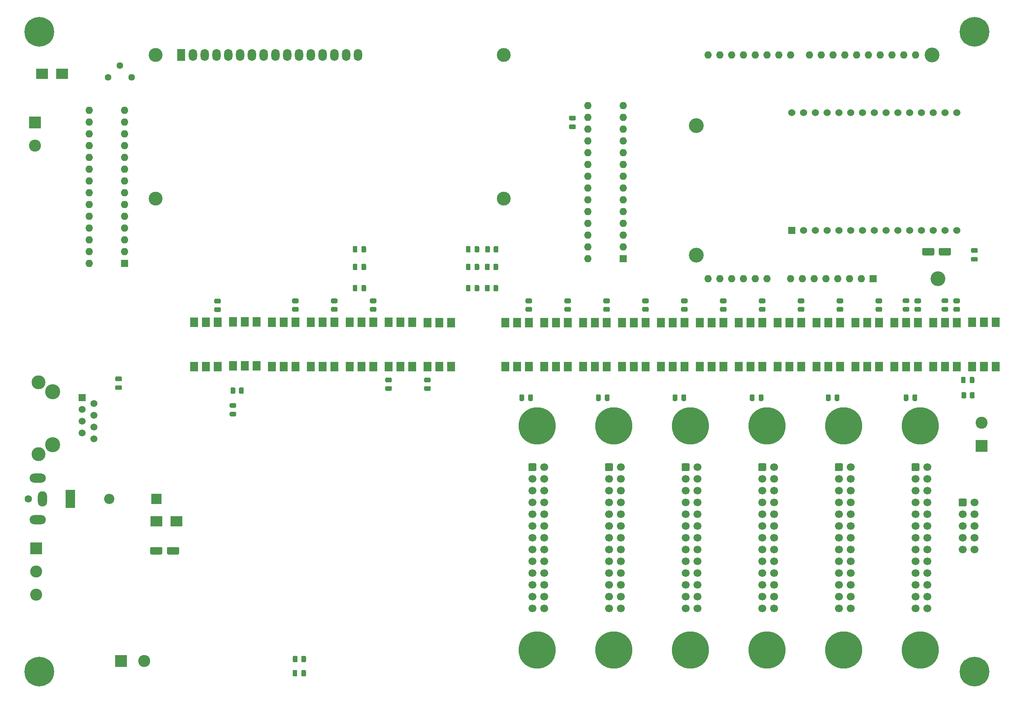
<source format=gbr>
%TF.GenerationSoftware,KiCad,Pcbnew,(5.1.8)-1*%
%TF.CreationDate,2020-12-04T01:25:42+04:00*%
%TF.ProjectId,6dof_controller,36646f66-5f63-46f6-9e74-726f6c6c6572,ver 1.0*%
%TF.SameCoordinates,Original*%
%TF.FileFunction,Soldermask,Top*%
%TF.FilePolarity,Negative*%
%FSLAX46Y46*%
G04 Gerber Fmt 4.6, Leading zero omitted, Abs format (unit mm)*
G04 Created by KiCad (PCBNEW (5.1.8)-1) date 2020-12-04 01:25:42*
%MOMM*%
%LPD*%
G01*
G04 APERTURE LIST*
%ADD10C,1.600000*%
%ADD11O,3.500000X2.000000*%
%ADD12O,2.000000X3.300000*%
%ADD13R,2.000000X4.000000*%
%ADD14C,2.600000*%
%ADD15R,2.600000X2.600000*%
%ADD16C,3.200000*%
%ADD17O,1.600000X1.600000*%
%ADD18R,1.600000X1.600000*%
%ADD19C,1.700000*%
%ADD20C,1.524000*%
%ADD21R,1.524000X1.524000*%
%ADD22C,1.440000*%
%ADD23C,3.000000*%
%ADD24O,1.800000X2.600000*%
%ADD25R,1.800000X2.600000*%
%ADD26R,2.500000X2.300000*%
%ADD27R,2.200000X2.200000*%
%ADD28O,2.200000X2.200000*%
%ADD29C,6.400000*%
%ADD30C,3.250000*%
%ADD31C,1.500000*%
%ADD32R,1.500000X1.500000*%
%ADD33C,8.000000*%
%ADD34R,1.780000X2.000000*%
G04 APERTURE END LIST*
D10*
%TO.C,J2*%
X34180000Y-113792000D03*
D11*
X36180000Y-118292000D03*
X36180000Y-109292000D03*
D12*
X37180000Y-113792000D03*
D13*
X43180000Y-113792000D03*
%TD*%
%TO.C,C13*%
G36*
G01*
X191524000Y-92423000D02*
X191524000Y-91473000D01*
G75*
G02*
X191774000Y-91223000I250000J0D01*
G01*
X192274000Y-91223000D01*
G75*
G02*
X192524000Y-91473000I0J-250000D01*
G01*
X192524000Y-92423000D01*
G75*
G02*
X192274000Y-92673000I-250000J0D01*
G01*
X191774000Y-92673000D01*
G75*
G02*
X191524000Y-92423000I0J250000D01*
G01*
G37*
G36*
G01*
X189624000Y-92423000D02*
X189624000Y-91473000D01*
G75*
G02*
X189874000Y-91223000I250000J0D01*
G01*
X190374000Y-91223000D01*
G75*
G02*
X190624000Y-91473000I0J-250000D01*
G01*
X190624000Y-92423000D01*
G75*
G02*
X190374000Y-92673000I-250000J0D01*
G01*
X189874000Y-92673000D01*
G75*
G02*
X189624000Y-92423000I0J250000D01*
G01*
G37*
%TD*%
%TO.C,C11*%
G36*
G01*
X224666000Y-92423000D02*
X224666000Y-91473000D01*
G75*
G02*
X224916000Y-91223000I250000J0D01*
G01*
X225416000Y-91223000D01*
G75*
G02*
X225666000Y-91473000I0J-250000D01*
G01*
X225666000Y-92423000D01*
G75*
G02*
X225416000Y-92673000I-250000J0D01*
G01*
X224916000Y-92673000D01*
G75*
G02*
X224666000Y-92423000I0J250000D01*
G01*
G37*
G36*
G01*
X222766000Y-92423000D02*
X222766000Y-91473000D01*
G75*
G02*
X223016000Y-91223000I250000J0D01*
G01*
X223516000Y-91223000D01*
G75*
G02*
X223766000Y-91473000I0J-250000D01*
G01*
X223766000Y-92423000D01*
G75*
G02*
X223516000Y-92673000I-250000J0D01*
G01*
X223016000Y-92673000D01*
G75*
G02*
X222766000Y-92423000I0J250000D01*
G01*
G37*
%TD*%
%TO.C,C9*%
G36*
G01*
X158372000Y-92423000D02*
X158372000Y-91473000D01*
G75*
G02*
X158622000Y-91223000I250000J0D01*
G01*
X159122000Y-91223000D01*
G75*
G02*
X159372000Y-91473000I0J-250000D01*
G01*
X159372000Y-92423000D01*
G75*
G02*
X159122000Y-92673000I-250000J0D01*
G01*
X158622000Y-92673000D01*
G75*
G02*
X158372000Y-92423000I0J250000D01*
G01*
G37*
G36*
G01*
X156472000Y-92423000D02*
X156472000Y-91473000D01*
G75*
G02*
X156722000Y-91223000I250000J0D01*
G01*
X157222000Y-91223000D01*
G75*
G02*
X157472000Y-91473000I0J-250000D01*
G01*
X157472000Y-92423000D01*
G75*
G02*
X157222000Y-92673000I-250000J0D01*
G01*
X156722000Y-92673000D01*
G75*
G02*
X156472000Y-92423000I0J250000D01*
G01*
G37*
%TD*%
%TO.C,C18*%
G36*
G01*
X237523000Y-61598000D02*
X238473000Y-61598000D01*
G75*
G02*
X238723000Y-61848000I0J-250000D01*
G01*
X238723000Y-62348000D01*
G75*
G02*
X238473000Y-62598000I-250000J0D01*
G01*
X237523000Y-62598000D01*
G75*
G02*
X237273000Y-62348000I0J250000D01*
G01*
X237273000Y-61848000D01*
G75*
G02*
X237523000Y-61598000I250000J0D01*
G01*
G37*
G36*
G01*
X237523000Y-59698000D02*
X238473000Y-59698000D01*
G75*
G02*
X238723000Y-59948000I0J-250000D01*
G01*
X238723000Y-60448000D01*
G75*
G02*
X238473000Y-60698000I-250000J0D01*
G01*
X237523000Y-60698000D01*
G75*
G02*
X237273000Y-60448000I0J250000D01*
G01*
X237273000Y-59948000D01*
G75*
G02*
X237523000Y-59698000I250000J0D01*
G01*
G37*
%TD*%
%TO.C,C17*%
G36*
G01*
X151859000Y-32128000D02*
X150909000Y-32128000D01*
G75*
G02*
X150659000Y-31878000I0J250000D01*
G01*
X150659000Y-31378000D01*
G75*
G02*
X150909000Y-31128000I250000J0D01*
G01*
X151859000Y-31128000D01*
G75*
G02*
X152109000Y-31378000I0J-250000D01*
G01*
X152109000Y-31878000D01*
G75*
G02*
X151859000Y-32128000I-250000J0D01*
G01*
G37*
G36*
G01*
X151859000Y-34028000D02*
X150909000Y-34028000D01*
G75*
G02*
X150659000Y-33778000I0J250000D01*
G01*
X150659000Y-33278000D01*
G75*
G02*
X150909000Y-33028000I250000J0D01*
G01*
X151859000Y-33028000D01*
G75*
G02*
X152109000Y-33278000I0J-250000D01*
G01*
X152109000Y-33778000D01*
G75*
G02*
X151859000Y-34028000I-250000J0D01*
G01*
G37*
%TD*%
%TO.C,C7*%
G36*
G01*
X207902000Y-92423000D02*
X207902000Y-91473000D01*
G75*
G02*
X208152000Y-91223000I250000J0D01*
G01*
X208652000Y-91223000D01*
G75*
G02*
X208902000Y-91473000I0J-250000D01*
G01*
X208902000Y-92423000D01*
G75*
G02*
X208652000Y-92673000I-250000J0D01*
G01*
X208152000Y-92673000D01*
G75*
G02*
X207902000Y-92423000I0J250000D01*
G01*
G37*
G36*
G01*
X206002000Y-92423000D02*
X206002000Y-91473000D01*
G75*
G02*
X206252000Y-91223000I250000J0D01*
G01*
X206752000Y-91223000D01*
G75*
G02*
X207002000Y-91473000I0J-250000D01*
G01*
X207002000Y-92423000D01*
G75*
G02*
X206752000Y-92673000I-250000J0D01*
G01*
X206252000Y-92673000D01*
G75*
G02*
X206002000Y-92423000I0J250000D01*
G01*
G37*
%TD*%
%TO.C,C5*%
G36*
G01*
X54069000Y-88384000D02*
X53119000Y-88384000D01*
G75*
G02*
X52869000Y-88134000I0J250000D01*
G01*
X52869000Y-87634000D01*
G75*
G02*
X53119000Y-87384000I250000J0D01*
G01*
X54069000Y-87384000D01*
G75*
G02*
X54319000Y-87634000I0J-250000D01*
G01*
X54319000Y-88134000D01*
G75*
G02*
X54069000Y-88384000I-250000J0D01*
G01*
G37*
G36*
G01*
X54069000Y-90284000D02*
X53119000Y-90284000D01*
G75*
G02*
X52869000Y-90034000I0J250000D01*
G01*
X52869000Y-89534000D01*
G75*
G02*
X53119000Y-89284000I250000J0D01*
G01*
X54069000Y-89284000D01*
G75*
G02*
X54319000Y-89534000I0J-250000D01*
G01*
X54319000Y-90034000D01*
G75*
G02*
X54069000Y-90284000I-250000J0D01*
G01*
G37*
%TD*%
%TO.C,C3*%
G36*
G01*
X174882000Y-92423000D02*
X174882000Y-91473000D01*
G75*
G02*
X175132000Y-91223000I250000J0D01*
G01*
X175632000Y-91223000D01*
G75*
G02*
X175882000Y-91473000I0J-250000D01*
G01*
X175882000Y-92423000D01*
G75*
G02*
X175632000Y-92673000I-250000J0D01*
G01*
X175132000Y-92673000D01*
G75*
G02*
X174882000Y-92423000I0J250000D01*
G01*
G37*
G36*
G01*
X172982000Y-92423000D02*
X172982000Y-91473000D01*
G75*
G02*
X173232000Y-91223000I250000J0D01*
G01*
X173732000Y-91223000D01*
G75*
G02*
X173982000Y-91473000I0J-250000D01*
G01*
X173982000Y-92423000D01*
G75*
G02*
X173732000Y-92673000I-250000J0D01*
G01*
X173232000Y-92673000D01*
G75*
G02*
X172982000Y-92423000I0J250000D01*
G01*
G37*
%TD*%
%TO.C,C2*%
G36*
G01*
X141862000Y-92423000D02*
X141862000Y-91473000D01*
G75*
G02*
X142112000Y-91223000I250000J0D01*
G01*
X142612000Y-91223000D01*
G75*
G02*
X142862000Y-91473000I0J-250000D01*
G01*
X142862000Y-92423000D01*
G75*
G02*
X142612000Y-92673000I-250000J0D01*
G01*
X142112000Y-92673000D01*
G75*
G02*
X141862000Y-92423000I0J250000D01*
G01*
G37*
G36*
G01*
X139962000Y-92423000D02*
X139962000Y-91473000D01*
G75*
G02*
X140212000Y-91223000I250000J0D01*
G01*
X140712000Y-91223000D01*
G75*
G02*
X140962000Y-91473000I0J-250000D01*
G01*
X140962000Y-92423000D01*
G75*
G02*
X140712000Y-92673000I-250000J0D01*
G01*
X140212000Y-92673000D01*
G75*
G02*
X139962000Y-92423000I0J250000D01*
G01*
G37*
%TD*%
D14*
%TO.C,\u002AJ3*%
X35560000Y-37592000D03*
D15*
X35560000Y-32592000D03*
%TD*%
D16*
%TO.C,\u002AXA1*%
X178054000Y-61214000D03*
X178054000Y-33274000D03*
X228854000Y-18034000D03*
X230124000Y-66294000D03*
D17*
X183134000Y-18034000D03*
X180594000Y-18034000D03*
X220214000Y-18034000D03*
X180594000Y-66294000D03*
X217674000Y-18034000D03*
X183134000Y-66294000D03*
X215134000Y-18034000D03*
X185674000Y-66294000D03*
X212594000Y-18034000D03*
X188214000Y-66294000D03*
X210054000Y-18034000D03*
X190754000Y-66294000D03*
X207514000Y-18034000D03*
X193294000Y-66294000D03*
X204974000Y-18034000D03*
X198374000Y-66294000D03*
X202434000Y-18034000D03*
X200914000Y-66294000D03*
X198374000Y-18034000D03*
X203454000Y-66294000D03*
X195834000Y-18034000D03*
X205994000Y-66294000D03*
X193294000Y-18034000D03*
X208534000Y-66294000D03*
X190754000Y-18034000D03*
X211074000Y-66294000D03*
X188214000Y-18034000D03*
X213614000Y-66294000D03*
X185674000Y-18034000D03*
D18*
X216154000Y-66294000D03*
D17*
X222754000Y-18034000D03*
X225294000Y-18034000D03*
%TD*%
%TO.C,U3*%
X154686000Y-61976000D03*
X162306000Y-28956000D03*
X154686000Y-59436000D03*
X162306000Y-31496000D03*
X154686000Y-56896000D03*
X162306000Y-34036000D03*
X154686000Y-54356000D03*
X162306000Y-36576000D03*
X154686000Y-51816000D03*
X162306000Y-39116000D03*
X154686000Y-49276000D03*
X162306000Y-41656000D03*
X154686000Y-46736000D03*
X162306000Y-44196000D03*
X154686000Y-44196000D03*
X162306000Y-46736000D03*
X154686000Y-41656000D03*
X162306000Y-49276000D03*
X154686000Y-39116000D03*
X162306000Y-51816000D03*
X154686000Y-36576000D03*
X162306000Y-54356000D03*
X154686000Y-34036000D03*
X162306000Y-56896000D03*
X154686000Y-31496000D03*
X162306000Y-59436000D03*
X154686000Y-28956000D03*
D18*
X162306000Y-61976000D03*
%TD*%
%TO.C,J7*%
G36*
G01*
X234608000Y-115154000D02*
X234608000Y-113954000D01*
G75*
G02*
X234858000Y-113704000I250000J0D01*
G01*
X236058000Y-113704000D01*
G75*
G02*
X236308000Y-113954000I0J-250000D01*
G01*
X236308000Y-115154000D01*
G75*
G02*
X236058000Y-115404000I-250000J0D01*
G01*
X234858000Y-115404000D01*
G75*
G02*
X234608000Y-115154000I0J250000D01*
G01*
G37*
D19*
X235458000Y-117094000D03*
X235458000Y-119634000D03*
X235458000Y-122174000D03*
X235458000Y-124714000D03*
X237998000Y-114554000D03*
X237998000Y-117094000D03*
X237998000Y-119634000D03*
X237998000Y-122174000D03*
X237998000Y-124714000D03*
%TD*%
D17*
%TO.C,\u002AU3*%
X47244000Y-62992000D03*
X54864000Y-29972000D03*
X47244000Y-60452000D03*
X54864000Y-32512000D03*
X47244000Y-57912000D03*
X54864000Y-35052000D03*
X47244000Y-55372000D03*
X54864000Y-37592000D03*
X47244000Y-52832000D03*
X54864000Y-40132000D03*
X47244000Y-50292000D03*
X54864000Y-42672000D03*
X47244000Y-47752000D03*
X54864000Y-45212000D03*
X47244000Y-45212000D03*
X54864000Y-47752000D03*
X47244000Y-42672000D03*
X54864000Y-50292000D03*
X47244000Y-40132000D03*
X54864000Y-52832000D03*
X47244000Y-37592000D03*
X54864000Y-55372000D03*
X47244000Y-35052000D03*
X54864000Y-57912000D03*
X47244000Y-32512000D03*
X54864000Y-60452000D03*
X47244000Y-29972000D03*
D18*
X54864000Y-62992000D03*
%TD*%
D20*
%TO.C,U1*%
X198628000Y-30480000D03*
X201168000Y-30480000D03*
X203708000Y-30480000D03*
X206248000Y-30480000D03*
X208788000Y-30480000D03*
X211328000Y-30480000D03*
X213868000Y-30480000D03*
X216408000Y-30480000D03*
X218948000Y-30480000D03*
X221488000Y-30480000D03*
X224028000Y-30480000D03*
X226568000Y-30480000D03*
X229108000Y-30480000D03*
X231648000Y-30480000D03*
X234188000Y-30480000D03*
X234188000Y-55880000D03*
X231648000Y-55880000D03*
X229108000Y-55880000D03*
X226568000Y-55880000D03*
X224028000Y-55880000D03*
X221488000Y-55880000D03*
X218948000Y-55880000D03*
X216408000Y-55880000D03*
X213868000Y-55880000D03*
X211328000Y-55880000D03*
X208788000Y-55880000D03*
X206248000Y-55880000D03*
X203708000Y-55880000D03*
X201168000Y-55880000D03*
D21*
X198628000Y-55880000D03*
%TD*%
D22*
%TO.C,RV1*%
X51308000Y-22860000D03*
X53848000Y-20320000D03*
X56388000Y-22860000D03*
%TD*%
D23*
%TO.C,DS1*%
X136556000Y-18034000D03*
X136555480Y-49034700D03*
X61556900Y-49034700D03*
X61556900Y-18034000D03*
D24*
X105156000Y-18034000D03*
X102616000Y-18034000D03*
X100076000Y-18034000D03*
X97536000Y-18034000D03*
X94996000Y-18034000D03*
X92456000Y-18034000D03*
X89916000Y-18034000D03*
X87376000Y-18034000D03*
X84836000Y-18034000D03*
X82296000Y-18034000D03*
X79756000Y-18034000D03*
X77216000Y-18034000D03*
X74676000Y-18034000D03*
X72136000Y-18034000D03*
X69596000Y-18034000D03*
D25*
X67056000Y-18034000D03*
%TD*%
%TO.C,C15*%
G36*
G01*
X229348000Y-59902000D02*
X229348000Y-61002000D01*
G75*
G02*
X229098000Y-61252000I-250000J0D01*
G01*
X226998000Y-61252000D01*
G75*
G02*
X226748000Y-61002000I0J250000D01*
G01*
X226748000Y-59902000D01*
G75*
G02*
X226998000Y-59652000I250000J0D01*
G01*
X229098000Y-59652000D01*
G75*
G02*
X229348000Y-59902000I0J-250000D01*
G01*
G37*
G36*
G01*
X232948000Y-59902000D02*
X232948000Y-61002000D01*
G75*
G02*
X232698000Y-61252000I-250000J0D01*
G01*
X230598000Y-61252000D01*
G75*
G02*
X230348000Y-61002000I0J250000D01*
G01*
X230348000Y-59902000D01*
G75*
G02*
X230598000Y-59652000I250000J0D01*
G01*
X232698000Y-59652000D01*
G75*
G02*
X232948000Y-59902000I0J-250000D01*
G01*
G37*
%TD*%
%TO.C,C1*%
G36*
G01*
X60422000Y-125518000D02*
X60422000Y-124418000D01*
G75*
G02*
X60672000Y-124168000I250000J0D01*
G01*
X62772000Y-124168000D01*
G75*
G02*
X63022000Y-124418000I0J-250000D01*
G01*
X63022000Y-125518000D01*
G75*
G02*
X62772000Y-125768000I-250000J0D01*
G01*
X60672000Y-125768000D01*
G75*
G02*
X60422000Y-125518000I0J250000D01*
G01*
G37*
G36*
G01*
X64022000Y-125518000D02*
X64022000Y-124418000D01*
G75*
G02*
X64272000Y-124168000I250000J0D01*
G01*
X66372000Y-124168000D01*
G75*
G02*
X66622000Y-124418000I0J-250000D01*
G01*
X66622000Y-125518000D01*
G75*
G02*
X66372000Y-125768000I-250000J0D01*
G01*
X64272000Y-125768000D01*
G75*
G02*
X64022000Y-125518000I0J250000D01*
G01*
G37*
%TD*%
%TO.C,D4*%
G36*
G01*
X130322500Y-60400250D02*
X130322500Y-59487750D01*
G75*
G02*
X130566250Y-59244000I243750J0D01*
G01*
X131053750Y-59244000D01*
G75*
G02*
X131297500Y-59487750I0J-243750D01*
G01*
X131297500Y-60400250D01*
G75*
G02*
X131053750Y-60644000I-243750J0D01*
G01*
X130566250Y-60644000D01*
G75*
G02*
X130322500Y-60400250I0J243750D01*
G01*
G37*
G36*
G01*
X128447500Y-60400250D02*
X128447500Y-59487750D01*
G75*
G02*
X128691250Y-59244000I243750J0D01*
G01*
X129178750Y-59244000D01*
G75*
G02*
X129422500Y-59487750I0J-243750D01*
G01*
X129422500Y-60400250D01*
G75*
G02*
X129178750Y-60644000I-243750J0D01*
G01*
X128691250Y-60644000D01*
G75*
G02*
X128447500Y-60400250I0J243750D01*
G01*
G37*
%TD*%
D26*
%TO.C,\u002AD4*%
X41402000Y-22098000D03*
X37102000Y-22098000D03*
%TD*%
%TO.C,\u002AD1*%
G36*
G01*
X237977500Y-87681750D02*
X237977500Y-88594250D01*
G75*
G02*
X237733750Y-88838000I-243750J0D01*
G01*
X237246250Y-88838000D01*
G75*
G02*
X237002500Y-88594250I0J243750D01*
G01*
X237002500Y-87681750D01*
G75*
G02*
X237246250Y-87438000I243750J0D01*
G01*
X237733750Y-87438000D01*
G75*
G02*
X237977500Y-87681750I0J-243750D01*
G01*
G37*
G36*
G01*
X236102500Y-87681750D02*
X236102500Y-88594250D01*
G75*
G02*
X235858750Y-88838000I-243750J0D01*
G01*
X235371250Y-88838000D01*
G75*
G02*
X235127500Y-88594250I0J243750D01*
G01*
X235127500Y-87681750D01*
G75*
G02*
X235371250Y-87438000I243750J0D01*
G01*
X235858750Y-87438000D01*
G75*
G02*
X236102500Y-87681750I0J-243750D01*
G01*
G37*
%TD*%
%TO.C,D1*%
G36*
G01*
X78688250Y-94116500D02*
X77775750Y-94116500D01*
G75*
G02*
X77532000Y-93872750I0J243750D01*
G01*
X77532000Y-93385250D01*
G75*
G02*
X77775750Y-93141500I243750J0D01*
G01*
X78688250Y-93141500D01*
G75*
G02*
X78932000Y-93385250I0J-243750D01*
G01*
X78932000Y-93872750D01*
G75*
G02*
X78688250Y-94116500I-243750J0D01*
G01*
G37*
G36*
G01*
X78688250Y-95991500D02*
X77775750Y-95991500D01*
G75*
G02*
X77532000Y-95747750I0J243750D01*
G01*
X77532000Y-95260250D01*
G75*
G02*
X77775750Y-95016500I243750J0D01*
G01*
X78688250Y-95016500D01*
G75*
G02*
X78932000Y-95260250I0J-243750D01*
G01*
X78932000Y-95747750D01*
G75*
G02*
X78688250Y-95991500I-243750J0D01*
G01*
G37*
%TD*%
%TO.C,\u002AD3*%
G36*
G01*
X128447500Y-68782250D02*
X128447500Y-67869750D01*
G75*
G02*
X128691250Y-67626000I243750J0D01*
G01*
X129178750Y-67626000D01*
G75*
G02*
X129422500Y-67869750I0J-243750D01*
G01*
X129422500Y-68782250D01*
G75*
G02*
X129178750Y-69026000I-243750J0D01*
G01*
X128691250Y-69026000D01*
G75*
G02*
X128447500Y-68782250I0J243750D01*
G01*
G37*
G36*
G01*
X130322500Y-68782250D02*
X130322500Y-67869750D01*
G75*
G02*
X130566250Y-67626000I243750J0D01*
G01*
X131053750Y-67626000D01*
G75*
G02*
X131297500Y-67869750I0J-243750D01*
G01*
X131297500Y-68782250D01*
G75*
G02*
X131053750Y-69026000I-243750J0D01*
G01*
X130566250Y-69026000D01*
G75*
G02*
X130322500Y-68782250I0J243750D01*
G01*
G37*
%TD*%
D27*
%TO.C,D2*%
X61722000Y-113792000D03*
D28*
X51562000Y-113792000D03*
%TD*%
D26*
%TO.C,\u002AD2*%
X66022000Y-118618000D03*
X61722000Y-118618000D03*
%TD*%
%TO.C,D3*%
G36*
G01*
X92984500Y-151840250D02*
X92984500Y-150927750D01*
G75*
G02*
X93228250Y-150684000I243750J0D01*
G01*
X93715750Y-150684000D01*
G75*
G02*
X93959500Y-150927750I0J-243750D01*
G01*
X93959500Y-151840250D01*
G75*
G02*
X93715750Y-152084000I-243750J0D01*
G01*
X93228250Y-152084000D01*
G75*
G02*
X92984500Y-151840250I0J243750D01*
G01*
G37*
G36*
G01*
X91109500Y-151840250D02*
X91109500Y-150927750D01*
G75*
G02*
X91353250Y-150684000I243750J0D01*
G01*
X91840750Y-150684000D01*
G75*
G02*
X92084500Y-150927750I0J-243750D01*
G01*
X92084500Y-151840250D01*
G75*
G02*
X91840750Y-152084000I-243750J0D01*
G01*
X91353250Y-152084000D01*
G75*
G02*
X91109500Y-151840250I0J243750D01*
G01*
G37*
%TD*%
%TO.C,D5*%
G36*
G01*
X222809750Y-72410500D02*
X223722250Y-72410500D01*
G75*
G02*
X223966000Y-72654250I0J-243750D01*
G01*
X223966000Y-73141750D01*
G75*
G02*
X223722250Y-73385500I-243750J0D01*
G01*
X222809750Y-73385500D01*
G75*
G02*
X222566000Y-73141750I0J243750D01*
G01*
X222566000Y-72654250D01*
G75*
G02*
X222809750Y-72410500I243750J0D01*
G01*
G37*
G36*
G01*
X222809750Y-70535500D02*
X223722250Y-70535500D01*
G75*
G02*
X223966000Y-70779250I0J-243750D01*
G01*
X223966000Y-71266750D01*
G75*
G02*
X223722250Y-71510500I-243750J0D01*
G01*
X222809750Y-71510500D01*
G75*
G02*
X222566000Y-71266750I0J243750D01*
G01*
X222566000Y-70779250D01*
G75*
G02*
X222809750Y-70535500I243750J0D01*
G01*
G37*
%TD*%
%TO.C,\u002AD11*%
G36*
G01*
X130322500Y-64210250D02*
X130322500Y-63297750D01*
G75*
G02*
X130566250Y-63054000I243750J0D01*
G01*
X131053750Y-63054000D01*
G75*
G02*
X131297500Y-63297750I0J-243750D01*
G01*
X131297500Y-64210250D01*
G75*
G02*
X131053750Y-64454000I-243750J0D01*
G01*
X130566250Y-64454000D01*
G75*
G02*
X130322500Y-64210250I0J243750D01*
G01*
G37*
G36*
G01*
X128447500Y-64210250D02*
X128447500Y-63297750D01*
G75*
G02*
X128691250Y-63054000I243750J0D01*
G01*
X129178750Y-63054000D01*
G75*
G02*
X129422500Y-63297750I0J-243750D01*
G01*
X129422500Y-64210250D01*
G75*
G02*
X129178750Y-64454000I-243750J0D01*
G01*
X128691250Y-64454000D01*
G75*
G02*
X128447500Y-64210250I0J243750D01*
G01*
G37*
%TD*%
%TO.C,\u002AD8*%
G36*
G01*
X106913500Y-59487750D02*
X106913500Y-60400250D01*
G75*
G02*
X106669750Y-60644000I-243750J0D01*
G01*
X106182250Y-60644000D01*
G75*
G02*
X105938500Y-60400250I0J243750D01*
G01*
X105938500Y-59487750D01*
G75*
G02*
X106182250Y-59244000I243750J0D01*
G01*
X106669750Y-59244000D01*
G75*
G02*
X106913500Y-59487750I0J-243750D01*
G01*
G37*
G36*
G01*
X105038500Y-59487750D02*
X105038500Y-60400250D01*
G75*
G02*
X104794750Y-60644000I-243750J0D01*
G01*
X104307250Y-60644000D01*
G75*
G02*
X104063500Y-60400250I0J243750D01*
G01*
X104063500Y-59487750D01*
G75*
G02*
X104307250Y-59244000I243750J0D01*
G01*
X104794750Y-59244000D01*
G75*
G02*
X105038500Y-59487750I0J-243750D01*
G01*
G37*
%TD*%
%TO.C,\u002AD9*%
G36*
G01*
X105038500Y-63297750D02*
X105038500Y-64210250D01*
G75*
G02*
X104794750Y-64454000I-243750J0D01*
G01*
X104307250Y-64454000D01*
G75*
G02*
X104063500Y-64210250I0J243750D01*
G01*
X104063500Y-63297750D01*
G75*
G02*
X104307250Y-63054000I243750J0D01*
G01*
X104794750Y-63054000D01*
G75*
G02*
X105038500Y-63297750I0J-243750D01*
G01*
G37*
G36*
G01*
X106913500Y-63297750D02*
X106913500Y-64210250D01*
G75*
G02*
X106669750Y-64454000I-243750J0D01*
G01*
X106182250Y-64454000D01*
G75*
G02*
X105938500Y-64210250I0J243750D01*
G01*
X105938500Y-63297750D01*
G75*
G02*
X106182250Y-63054000I243750J0D01*
G01*
X106669750Y-63054000D01*
G75*
G02*
X106913500Y-63297750I0J-243750D01*
G01*
G37*
%TD*%
%TO.C,\u002AD10*%
G36*
G01*
X105038500Y-67869750D02*
X105038500Y-68782250D01*
G75*
G02*
X104794750Y-69026000I-243750J0D01*
G01*
X104307250Y-69026000D01*
G75*
G02*
X104063500Y-68782250I0J243750D01*
G01*
X104063500Y-67869750D01*
G75*
G02*
X104307250Y-67626000I243750J0D01*
G01*
X104794750Y-67626000D01*
G75*
G02*
X105038500Y-67869750I0J-243750D01*
G01*
G37*
G36*
G01*
X106913500Y-67869750D02*
X106913500Y-68782250D01*
G75*
G02*
X106669750Y-69026000I-243750J0D01*
G01*
X106182250Y-69026000D01*
G75*
G02*
X105938500Y-68782250I0J243750D01*
G01*
X105938500Y-67869750D01*
G75*
G02*
X106182250Y-67626000I243750J0D01*
G01*
X106669750Y-67626000D01*
G75*
G02*
X106913500Y-67869750I0J-243750D01*
G01*
G37*
%TD*%
%TO.C,D6*%
G36*
G01*
X231191750Y-70535500D02*
X232104250Y-70535500D01*
G75*
G02*
X232348000Y-70779250I0J-243750D01*
G01*
X232348000Y-71266750D01*
G75*
G02*
X232104250Y-71510500I-243750J0D01*
G01*
X231191750Y-71510500D01*
G75*
G02*
X230948000Y-71266750I0J243750D01*
G01*
X230948000Y-70779250D01*
G75*
G02*
X231191750Y-70535500I243750J0D01*
G01*
G37*
G36*
G01*
X231191750Y-72410500D02*
X232104250Y-72410500D01*
G75*
G02*
X232348000Y-72654250I0J-243750D01*
G01*
X232348000Y-73141750D01*
G75*
G02*
X232104250Y-73385500I-243750J0D01*
G01*
X231191750Y-73385500D01*
G75*
G02*
X230948000Y-73141750I0J243750D01*
G01*
X230948000Y-72654250D01*
G75*
G02*
X231191750Y-72410500I243750J0D01*
G01*
G37*
%TD*%
D29*
%TO.C,H1*%
X238000000Y-13000000D03*
%TD*%
%TO.C,H2*%
X36500000Y-13000000D03*
%TD*%
%TO.C,H3*%
X238000000Y-151000000D03*
%TD*%
%TO.C,H4*%
X36500000Y-151000000D03*
%TD*%
D14*
%TO.C,\u002AJ1*%
X239522000Y-97362000D03*
D15*
X239522000Y-102362000D03*
%TD*%
%TO.C,J1*%
X35814000Y-124460000D03*
D14*
X35814000Y-129460000D03*
X35814000Y-134460000D03*
%TD*%
D15*
%TO.C,\u002AJ2*%
X54102000Y-148793200D03*
D14*
X59102000Y-148793200D03*
%TD*%
D30*
%TO.C,J3*%
X39370000Y-102108000D03*
D23*
X36320000Y-104163000D03*
D30*
X39370000Y-90678000D03*
D31*
X45720000Y-94488000D03*
X45720000Y-97028000D03*
X48260000Y-95758000D03*
X45720000Y-99568000D03*
D32*
X45720000Y-91948000D03*
D31*
X48260000Y-93218000D03*
D23*
X36320000Y-88623000D03*
D31*
X48260000Y-100838000D03*
X48260000Y-98298000D03*
%TD*%
D33*
%TO.C,J4*%
X226318000Y-146354000D03*
X226318000Y-97994000D03*
D19*
X227838000Y-137414000D03*
X227838000Y-134874000D03*
X227838000Y-132334000D03*
X227838000Y-129794000D03*
X227838000Y-127254000D03*
X227838000Y-124714000D03*
X227838000Y-122174000D03*
X227838000Y-119634000D03*
X227838000Y-117094000D03*
X227838000Y-114554000D03*
X227838000Y-112014000D03*
X227838000Y-109474000D03*
X227838000Y-106934000D03*
X225298000Y-137414000D03*
X225298000Y-134874000D03*
X225298000Y-132334000D03*
X225298000Y-129794000D03*
X225298000Y-127254000D03*
X225298000Y-124714000D03*
X225298000Y-122174000D03*
X225298000Y-119634000D03*
X225298000Y-117094000D03*
X225298000Y-114554000D03*
X225298000Y-112014000D03*
X225298000Y-109474000D03*
G36*
G01*
X224448000Y-107534000D02*
X224448000Y-106334000D01*
G75*
G02*
X224698000Y-106084000I250000J0D01*
G01*
X225898000Y-106084000D01*
G75*
G02*
X226148000Y-106334000I0J-250000D01*
G01*
X226148000Y-107534000D01*
G75*
G02*
X225898000Y-107784000I-250000J0D01*
G01*
X224698000Y-107784000D01*
G75*
G02*
X224448000Y-107534000I0J250000D01*
G01*
G37*
%TD*%
%TO.C,J8*%
G36*
G01*
X207938000Y-107534000D02*
X207938000Y-106334000D01*
G75*
G02*
X208188000Y-106084000I250000J0D01*
G01*
X209388000Y-106084000D01*
G75*
G02*
X209638000Y-106334000I0J-250000D01*
G01*
X209638000Y-107534000D01*
G75*
G02*
X209388000Y-107784000I-250000J0D01*
G01*
X208188000Y-107784000D01*
G75*
G02*
X207938000Y-107534000I0J250000D01*
G01*
G37*
X208788000Y-109474000D03*
X208788000Y-112014000D03*
X208788000Y-114554000D03*
X208788000Y-117094000D03*
X208788000Y-119634000D03*
X208788000Y-122174000D03*
X208788000Y-124714000D03*
X208788000Y-127254000D03*
X208788000Y-129794000D03*
X208788000Y-132334000D03*
X208788000Y-134874000D03*
X208788000Y-137414000D03*
X211328000Y-106934000D03*
X211328000Y-109474000D03*
X211328000Y-112014000D03*
X211328000Y-114554000D03*
X211328000Y-117094000D03*
X211328000Y-119634000D03*
X211328000Y-122174000D03*
X211328000Y-124714000D03*
X211328000Y-127254000D03*
X211328000Y-129794000D03*
X211328000Y-132334000D03*
X211328000Y-134874000D03*
X211328000Y-137414000D03*
D33*
X209808000Y-97994000D03*
X209808000Y-146354000D03*
%TD*%
%TO.C,J5*%
X193298000Y-146354000D03*
X193298000Y-97994000D03*
D19*
X194818000Y-137414000D03*
X194818000Y-134874000D03*
X194818000Y-132334000D03*
X194818000Y-129794000D03*
X194818000Y-127254000D03*
X194818000Y-124714000D03*
X194818000Y-122174000D03*
X194818000Y-119634000D03*
X194818000Y-117094000D03*
X194818000Y-114554000D03*
X194818000Y-112014000D03*
X194818000Y-109474000D03*
X194818000Y-106934000D03*
X192278000Y-137414000D03*
X192278000Y-134874000D03*
X192278000Y-132334000D03*
X192278000Y-129794000D03*
X192278000Y-127254000D03*
X192278000Y-124714000D03*
X192278000Y-122174000D03*
X192278000Y-119634000D03*
X192278000Y-117094000D03*
X192278000Y-114554000D03*
X192278000Y-112014000D03*
X192278000Y-109474000D03*
G36*
G01*
X191428000Y-107534000D02*
X191428000Y-106334000D01*
G75*
G02*
X191678000Y-106084000I250000J0D01*
G01*
X192878000Y-106084000D01*
G75*
G02*
X193128000Y-106334000I0J-250000D01*
G01*
X193128000Y-107534000D01*
G75*
G02*
X192878000Y-107784000I-250000J0D01*
G01*
X191678000Y-107784000D01*
G75*
G02*
X191428000Y-107534000I0J250000D01*
G01*
G37*
%TD*%
D33*
%TO.C,J9*%
X176788000Y-146354000D03*
X176788000Y-97994000D03*
D19*
X178308000Y-137414000D03*
X178308000Y-134874000D03*
X178308000Y-132334000D03*
X178308000Y-129794000D03*
X178308000Y-127254000D03*
X178308000Y-124714000D03*
X178308000Y-122174000D03*
X178308000Y-119634000D03*
X178308000Y-117094000D03*
X178308000Y-114554000D03*
X178308000Y-112014000D03*
X178308000Y-109474000D03*
X178308000Y-106934000D03*
X175768000Y-137414000D03*
X175768000Y-134874000D03*
X175768000Y-132334000D03*
X175768000Y-129794000D03*
X175768000Y-127254000D03*
X175768000Y-124714000D03*
X175768000Y-122174000D03*
X175768000Y-119634000D03*
X175768000Y-117094000D03*
X175768000Y-114554000D03*
X175768000Y-112014000D03*
X175768000Y-109474000D03*
G36*
G01*
X174918000Y-107534000D02*
X174918000Y-106334000D01*
G75*
G02*
X175168000Y-106084000I250000J0D01*
G01*
X176368000Y-106084000D01*
G75*
G02*
X176618000Y-106334000I0J-250000D01*
G01*
X176618000Y-107534000D01*
G75*
G02*
X176368000Y-107784000I-250000J0D01*
G01*
X175168000Y-107784000D01*
G75*
G02*
X174918000Y-107534000I0J250000D01*
G01*
G37*
%TD*%
%TO.C,J6*%
G36*
G01*
X158408000Y-107534000D02*
X158408000Y-106334000D01*
G75*
G02*
X158658000Y-106084000I250000J0D01*
G01*
X159858000Y-106084000D01*
G75*
G02*
X160108000Y-106334000I0J-250000D01*
G01*
X160108000Y-107534000D01*
G75*
G02*
X159858000Y-107784000I-250000J0D01*
G01*
X158658000Y-107784000D01*
G75*
G02*
X158408000Y-107534000I0J250000D01*
G01*
G37*
X159258000Y-109474000D03*
X159258000Y-112014000D03*
X159258000Y-114554000D03*
X159258000Y-117094000D03*
X159258000Y-119634000D03*
X159258000Y-122174000D03*
X159258000Y-124714000D03*
X159258000Y-127254000D03*
X159258000Y-129794000D03*
X159258000Y-132334000D03*
X159258000Y-134874000D03*
X159258000Y-137414000D03*
X161798000Y-106934000D03*
X161798000Y-109474000D03*
X161798000Y-112014000D03*
X161798000Y-114554000D03*
X161798000Y-117094000D03*
X161798000Y-119634000D03*
X161798000Y-122174000D03*
X161798000Y-124714000D03*
X161798000Y-127254000D03*
X161798000Y-129794000D03*
X161798000Y-132334000D03*
X161798000Y-134874000D03*
X161798000Y-137414000D03*
D33*
X160278000Y-97994000D03*
X160278000Y-146354000D03*
%TD*%
%TO.C,J10*%
G36*
G01*
X141898000Y-107534000D02*
X141898000Y-106334000D01*
G75*
G02*
X142148000Y-106084000I250000J0D01*
G01*
X143348000Y-106084000D01*
G75*
G02*
X143598000Y-106334000I0J-250000D01*
G01*
X143598000Y-107534000D01*
G75*
G02*
X143348000Y-107784000I-250000J0D01*
G01*
X142148000Y-107784000D01*
G75*
G02*
X141898000Y-107534000I0J250000D01*
G01*
G37*
D19*
X142748000Y-109474000D03*
X142748000Y-112014000D03*
X142748000Y-114554000D03*
X142748000Y-117094000D03*
X142748000Y-119634000D03*
X142748000Y-122174000D03*
X142748000Y-124714000D03*
X142748000Y-127254000D03*
X142748000Y-129794000D03*
X142748000Y-132334000D03*
X142748000Y-134874000D03*
X142748000Y-137414000D03*
X145288000Y-106934000D03*
X145288000Y-109474000D03*
X145288000Y-112014000D03*
X145288000Y-114554000D03*
X145288000Y-117094000D03*
X145288000Y-119634000D03*
X145288000Y-122174000D03*
X145288000Y-124714000D03*
X145288000Y-127254000D03*
X145288000Y-129794000D03*
X145288000Y-132334000D03*
X145288000Y-134874000D03*
X145288000Y-137414000D03*
D33*
X143768000Y-97994000D03*
X143768000Y-146354000D03*
%TD*%
%TO.C,R4*%
G36*
G01*
X225355998Y-72385500D02*
X226256002Y-72385500D01*
G75*
G02*
X226506000Y-72635498I0J-249998D01*
G01*
X226506000Y-73160502D01*
G75*
G02*
X226256002Y-73410500I-249998J0D01*
G01*
X225355998Y-73410500D01*
G75*
G02*
X225106000Y-73160502I0J249998D01*
G01*
X225106000Y-72635498D01*
G75*
G02*
X225355998Y-72385500I249998J0D01*
G01*
G37*
G36*
G01*
X225355998Y-70560500D02*
X226256002Y-70560500D01*
G75*
G02*
X226506000Y-70810498I0J-249998D01*
G01*
X226506000Y-71335502D01*
G75*
G02*
X226256002Y-71585500I-249998J0D01*
G01*
X225355998Y-71585500D01*
G75*
G02*
X225106000Y-71335502I0J249998D01*
G01*
X225106000Y-70810498D01*
G75*
G02*
X225355998Y-70560500I249998J0D01*
G01*
G37*
%TD*%
%TO.C,R3*%
G36*
G01*
X133608500Y-59493998D02*
X133608500Y-60394002D01*
G75*
G02*
X133358502Y-60644000I-249998J0D01*
G01*
X132833498Y-60644000D01*
G75*
G02*
X132583500Y-60394002I0J249998D01*
G01*
X132583500Y-59493998D01*
G75*
G02*
X132833498Y-59244000I249998J0D01*
G01*
X133358502Y-59244000D01*
G75*
G02*
X133608500Y-59493998I0J-249998D01*
G01*
G37*
G36*
G01*
X135433500Y-59493998D02*
X135433500Y-60394002D01*
G75*
G02*
X135183502Y-60644000I-249998J0D01*
G01*
X134658498Y-60644000D01*
G75*
G02*
X134408500Y-60394002I0J249998D01*
G01*
X134408500Y-59493998D01*
G75*
G02*
X134658498Y-59244000I249998J0D01*
G01*
X135183502Y-59244000D01*
G75*
G02*
X135433500Y-59493998I0J-249998D01*
G01*
G37*
%TD*%
%TO.C,\u002AR1*%
G36*
G01*
X238049500Y-90989998D02*
X238049500Y-91890002D01*
G75*
G02*
X237799502Y-92140000I-249998J0D01*
G01*
X237274498Y-92140000D01*
G75*
G02*
X237024500Y-91890002I0J249998D01*
G01*
X237024500Y-90989998D01*
G75*
G02*
X237274498Y-90740000I249998J0D01*
G01*
X237799502Y-90740000D01*
G75*
G02*
X238049500Y-90989998I0J-249998D01*
G01*
G37*
G36*
G01*
X236224500Y-90989998D02*
X236224500Y-91890002D01*
G75*
G02*
X235974502Y-92140000I-249998J0D01*
G01*
X235449498Y-92140000D01*
G75*
G02*
X235199500Y-91890002I0J249998D01*
G01*
X235199500Y-90989998D01*
G75*
G02*
X235449498Y-90740000I249998J0D01*
G01*
X235974502Y-90740000D01*
G75*
G02*
X236224500Y-90989998I0J-249998D01*
G01*
G37*
%TD*%
%TO.C,R1*%
G36*
G01*
X77719500Y-90874002D02*
X77719500Y-89973998D01*
G75*
G02*
X77969498Y-89724000I249998J0D01*
G01*
X78494502Y-89724000D01*
G75*
G02*
X78744500Y-89973998I0J-249998D01*
G01*
X78744500Y-90874002D01*
G75*
G02*
X78494502Y-91124000I-249998J0D01*
G01*
X77969498Y-91124000D01*
G75*
G02*
X77719500Y-90874002I0J249998D01*
G01*
G37*
G36*
G01*
X79544500Y-90874002D02*
X79544500Y-89973998D01*
G75*
G02*
X79794498Y-89724000I249998J0D01*
G01*
X80319502Y-89724000D01*
G75*
G02*
X80569500Y-89973998I0J-249998D01*
G01*
X80569500Y-90874002D01*
G75*
G02*
X80319502Y-91124000I-249998J0D01*
G01*
X79794498Y-91124000D01*
G75*
G02*
X79544500Y-90874002I0J249998D01*
G01*
G37*
%TD*%
%TO.C,\u002AR3*%
G36*
G01*
X135386500Y-67875998D02*
X135386500Y-68776002D01*
G75*
G02*
X135136502Y-69026000I-249998J0D01*
G01*
X134611498Y-69026000D01*
G75*
G02*
X134361500Y-68776002I0J249998D01*
G01*
X134361500Y-67875998D01*
G75*
G02*
X134611498Y-67626000I249998J0D01*
G01*
X135136502Y-67626000D01*
G75*
G02*
X135386500Y-67875998I0J-249998D01*
G01*
G37*
G36*
G01*
X133561500Y-67875998D02*
X133561500Y-68776002D01*
G75*
G02*
X133311502Y-69026000I-249998J0D01*
G01*
X132786498Y-69026000D01*
G75*
G02*
X132536500Y-68776002I0J249998D01*
G01*
X132536500Y-67875998D01*
G75*
G02*
X132786498Y-67626000I249998J0D01*
G01*
X133311502Y-67626000D01*
G75*
G02*
X133561500Y-67875998I0J-249998D01*
G01*
G37*
%TD*%
%TO.C,R2*%
G36*
G01*
X92959500Y-148786002D02*
X92959500Y-147885998D01*
G75*
G02*
X93209498Y-147636000I249998J0D01*
G01*
X93734502Y-147636000D01*
G75*
G02*
X93984500Y-147885998I0J-249998D01*
G01*
X93984500Y-148786002D01*
G75*
G02*
X93734502Y-149036000I-249998J0D01*
G01*
X93209498Y-149036000D01*
G75*
G02*
X92959500Y-148786002I0J249998D01*
G01*
G37*
G36*
G01*
X91134500Y-148786002D02*
X91134500Y-147885998D01*
G75*
G02*
X91384498Y-147636000I249998J0D01*
G01*
X91909502Y-147636000D01*
G75*
G02*
X92159500Y-147885998I0J-249998D01*
G01*
X92159500Y-148786002D01*
G75*
G02*
X91909502Y-149036000I-249998J0D01*
G01*
X91384498Y-149036000D01*
G75*
G02*
X91134500Y-148786002I0J249998D01*
G01*
G37*
%TD*%
%TO.C,\u002AR2*%
G36*
G01*
X75380002Y-73457500D02*
X74479998Y-73457500D01*
G75*
G02*
X74230000Y-73207502I0J249998D01*
G01*
X74230000Y-72682498D01*
G75*
G02*
X74479998Y-72432500I249998J0D01*
G01*
X75380002Y-72432500D01*
G75*
G02*
X75630000Y-72682498I0J-249998D01*
G01*
X75630000Y-73207502D01*
G75*
G02*
X75380002Y-73457500I-249998J0D01*
G01*
G37*
G36*
G01*
X75380002Y-71632500D02*
X74479998Y-71632500D01*
G75*
G02*
X74230000Y-71382502I0J249998D01*
G01*
X74230000Y-70857498D01*
G75*
G02*
X74479998Y-70607500I249998J0D01*
G01*
X75380002Y-70607500D01*
G75*
G02*
X75630000Y-70857498I0J-249998D01*
G01*
X75630000Y-71382502D01*
G75*
G02*
X75380002Y-71632500I-249998J0D01*
G01*
G37*
%TD*%
%TO.C,\u002AR4*%
G36*
G01*
X111309998Y-89450500D02*
X112210002Y-89450500D01*
G75*
G02*
X112460000Y-89700498I0J-249998D01*
G01*
X112460000Y-90225502D01*
G75*
G02*
X112210002Y-90475500I-249998J0D01*
G01*
X111309998Y-90475500D01*
G75*
G02*
X111060000Y-90225502I0J249998D01*
G01*
X111060000Y-89700498D01*
G75*
G02*
X111309998Y-89450500I249998J0D01*
G01*
G37*
G36*
G01*
X111309998Y-87625500D02*
X112210002Y-87625500D01*
G75*
G02*
X112460000Y-87875498I0J-249998D01*
G01*
X112460000Y-88400502D01*
G75*
G02*
X112210002Y-88650500I-249998J0D01*
G01*
X111309998Y-88650500D01*
G75*
G02*
X111060000Y-88400502I0J249998D01*
G01*
X111060000Y-87875498D01*
G75*
G02*
X111309998Y-87625500I249998J0D01*
G01*
G37*
%TD*%
%TO.C,R5*%
G36*
G01*
X208591998Y-70560500D02*
X209492002Y-70560500D01*
G75*
G02*
X209742000Y-70810498I0J-249998D01*
G01*
X209742000Y-71335502D01*
G75*
G02*
X209492002Y-71585500I-249998J0D01*
G01*
X208591998Y-71585500D01*
G75*
G02*
X208342000Y-71335502I0J249998D01*
G01*
X208342000Y-70810498D01*
G75*
G02*
X208591998Y-70560500I249998J0D01*
G01*
G37*
G36*
G01*
X208591998Y-72385500D02*
X209492002Y-72385500D01*
G75*
G02*
X209742000Y-72635498I0J-249998D01*
G01*
X209742000Y-73160502D01*
G75*
G02*
X209492002Y-73410500I-249998J0D01*
G01*
X208591998Y-73410500D01*
G75*
G02*
X208342000Y-73160502I0J249998D01*
G01*
X208342000Y-72635498D01*
G75*
G02*
X208591998Y-72385500I249998J0D01*
G01*
G37*
%TD*%
%TO.C,R6*%
G36*
G01*
X191827998Y-70560500D02*
X192728002Y-70560500D01*
G75*
G02*
X192978000Y-70810498I0J-249998D01*
G01*
X192978000Y-71335502D01*
G75*
G02*
X192728002Y-71585500I-249998J0D01*
G01*
X191827998Y-71585500D01*
G75*
G02*
X191578000Y-71335502I0J249998D01*
G01*
X191578000Y-70810498D01*
G75*
G02*
X191827998Y-70560500I249998J0D01*
G01*
G37*
G36*
G01*
X191827998Y-72385500D02*
X192728002Y-72385500D01*
G75*
G02*
X192978000Y-72635498I0J-249998D01*
G01*
X192978000Y-73160502D01*
G75*
G02*
X192728002Y-73410500I-249998J0D01*
G01*
X191827998Y-73410500D01*
G75*
G02*
X191578000Y-73160502I0J249998D01*
G01*
X191578000Y-72635498D01*
G75*
G02*
X191827998Y-72385500I249998J0D01*
G01*
G37*
%TD*%
%TO.C,R7*%
G36*
G01*
X175063998Y-70560500D02*
X175964002Y-70560500D01*
G75*
G02*
X176214000Y-70810498I0J-249998D01*
G01*
X176214000Y-71335502D01*
G75*
G02*
X175964002Y-71585500I-249998J0D01*
G01*
X175063998Y-71585500D01*
G75*
G02*
X174814000Y-71335502I0J249998D01*
G01*
X174814000Y-70810498D01*
G75*
G02*
X175063998Y-70560500I249998J0D01*
G01*
G37*
G36*
G01*
X175063998Y-72385500D02*
X175964002Y-72385500D01*
G75*
G02*
X176214000Y-72635498I0J-249998D01*
G01*
X176214000Y-73160502D01*
G75*
G02*
X175964002Y-73410500I-249998J0D01*
G01*
X175063998Y-73410500D01*
G75*
G02*
X174814000Y-73160502I0J249998D01*
G01*
X174814000Y-72635498D01*
G75*
G02*
X175063998Y-72385500I249998J0D01*
G01*
G37*
%TD*%
%TO.C,R8*%
G36*
G01*
X158299998Y-70560500D02*
X159200002Y-70560500D01*
G75*
G02*
X159450000Y-70810498I0J-249998D01*
G01*
X159450000Y-71335502D01*
G75*
G02*
X159200002Y-71585500I-249998J0D01*
G01*
X158299998Y-71585500D01*
G75*
G02*
X158050000Y-71335502I0J249998D01*
G01*
X158050000Y-70810498D01*
G75*
G02*
X158299998Y-70560500I249998J0D01*
G01*
G37*
G36*
G01*
X158299998Y-72385500D02*
X159200002Y-72385500D01*
G75*
G02*
X159450000Y-72635498I0J-249998D01*
G01*
X159450000Y-73160502D01*
G75*
G02*
X159200002Y-73410500I-249998J0D01*
G01*
X158299998Y-73410500D01*
G75*
G02*
X158050000Y-73160502I0J249998D01*
G01*
X158050000Y-72635498D01*
G75*
G02*
X158299998Y-72385500I249998J0D01*
G01*
G37*
%TD*%
%TO.C,R9*%
G36*
G01*
X141535998Y-70560500D02*
X142436002Y-70560500D01*
G75*
G02*
X142686000Y-70810498I0J-249998D01*
G01*
X142686000Y-71335502D01*
G75*
G02*
X142436002Y-71585500I-249998J0D01*
G01*
X141535998Y-71585500D01*
G75*
G02*
X141286000Y-71335502I0J249998D01*
G01*
X141286000Y-70810498D01*
G75*
G02*
X141535998Y-70560500I249998J0D01*
G01*
G37*
G36*
G01*
X141535998Y-72385500D02*
X142436002Y-72385500D01*
G75*
G02*
X142686000Y-72635498I0J-249998D01*
G01*
X142686000Y-73160502D01*
G75*
G02*
X142436002Y-73410500I-249998J0D01*
G01*
X141535998Y-73410500D01*
G75*
G02*
X141286000Y-73160502I0J249998D01*
G01*
X141286000Y-72635498D01*
G75*
G02*
X141535998Y-72385500I249998J0D01*
G01*
G37*
%TD*%
%TO.C,\u002AR11*%
G36*
G01*
X108007998Y-72385500D02*
X108908002Y-72385500D01*
G75*
G02*
X109158000Y-72635498I0J-249998D01*
G01*
X109158000Y-73160502D01*
G75*
G02*
X108908002Y-73410500I-249998J0D01*
G01*
X108007998Y-73410500D01*
G75*
G02*
X107758000Y-73160502I0J249998D01*
G01*
X107758000Y-72635498D01*
G75*
G02*
X108007998Y-72385500I249998J0D01*
G01*
G37*
G36*
G01*
X108007998Y-70560500D02*
X108908002Y-70560500D01*
G75*
G02*
X109158000Y-70810498I0J-249998D01*
G01*
X109158000Y-71335502D01*
G75*
G02*
X108908002Y-71585500I-249998J0D01*
G01*
X108007998Y-71585500D01*
G75*
G02*
X107758000Y-71335502I0J249998D01*
G01*
X107758000Y-70810498D01*
G75*
G02*
X108007998Y-70560500I249998J0D01*
G01*
G37*
%TD*%
%TO.C,\u002AR12*%
G36*
G01*
X99625998Y-72385500D02*
X100526002Y-72385500D01*
G75*
G02*
X100776000Y-72635498I0J-249998D01*
G01*
X100776000Y-73160502D01*
G75*
G02*
X100526002Y-73410500I-249998J0D01*
G01*
X99625998Y-73410500D01*
G75*
G02*
X99376000Y-73160502I0J249998D01*
G01*
X99376000Y-72635498D01*
G75*
G02*
X99625998Y-72385500I249998J0D01*
G01*
G37*
G36*
G01*
X99625998Y-70560500D02*
X100526002Y-70560500D01*
G75*
G02*
X100776000Y-70810498I0J-249998D01*
G01*
X100776000Y-71335502D01*
G75*
G02*
X100526002Y-71585500I-249998J0D01*
G01*
X99625998Y-71585500D01*
G75*
G02*
X99376000Y-71335502I0J249998D01*
G01*
X99376000Y-70810498D01*
G75*
G02*
X99625998Y-70560500I249998J0D01*
G01*
G37*
%TD*%
%TO.C,\u002AR13*%
G36*
G01*
X91243998Y-72385500D02*
X92144002Y-72385500D01*
G75*
G02*
X92394000Y-72635498I0J-249998D01*
G01*
X92394000Y-73160502D01*
G75*
G02*
X92144002Y-73410500I-249998J0D01*
G01*
X91243998Y-73410500D01*
G75*
G02*
X90994000Y-73160502I0J249998D01*
G01*
X90994000Y-72635498D01*
G75*
G02*
X91243998Y-72385500I249998J0D01*
G01*
G37*
G36*
G01*
X91243998Y-70560500D02*
X92144002Y-70560500D01*
G75*
G02*
X92394000Y-70810498I0J-249998D01*
G01*
X92394000Y-71335502D01*
G75*
G02*
X92144002Y-71585500I-249998J0D01*
G01*
X91243998Y-71585500D01*
G75*
G02*
X90994000Y-71335502I0J249998D01*
G01*
X90994000Y-70810498D01*
G75*
G02*
X91243998Y-70560500I249998J0D01*
G01*
G37*
%TD*%
%TO.C,\u002AR14*%
G36*
G01*
X135386500Y-63303998D02*
X135386500Y-64204002D01*
G75*
G02*
X135136502Y-64454000I-249998J0D01*
G01*
X134611498Y-64454000D01*
G75*
G02*
X134361500Y-64204002I0J249998D01*
G01*
X134361500Y-63303998D01*
G75*
G02*
X134611498Y-63054000I249998J0D01*
G01*
X135136502Y-63054000D01*
G75*
G02*
X135386500Y-63303998I0J-249998D01*
G01*
G37*
G36*
G01*
X133561500Y-63303998D02*
X133561500Y-64204002D01*
G75*
G02*
X133311502Y-64454000I-249998J0D01*
G01*
X132786498Y-64454000D01*
G75*
G02*
X132536500Y-64204002I0J249998D01*
G01*
X132536500Y-63303998D01*
G75*
G02*
X132786498Y-63054000I249998J0D01*
G01*
X133311502Y-63054000D01*
G75*
G02*
X133561500Y-63303998I0J-249998D01*
G01*
G37*
%TD*%
%TO.C,\u002AR15*%
G36*
G01*
X120592002Y-88650500D02*
X119691998Y-88650500D01*
G75*
G02*
X119442000Y-88400502I0J249998D01*
G01*
X119442000Y-87875498D01*
G75*
G02*
X119691998Y-87625500I249998J0D01*
G01*
X120592002Y-87625500D01*
G75*
G02*
X120842000Y-87875498I0J-249998D01*
G01*
X120842000Y-88400502D01*
G75*
G02*
X120592002Y-88650500I-249998J0D01*
G01*
G37*
G36*
G01*
X120592002Y-90475500D02*
X119691998Y-90475500D01*
G75*
G02*
X119442000Y-90225502I0J249998D01*
G01*
X119442000Y-89700498D01*
G75*
G02*
X119691998Y-89450500I249998J0D01*
G01*
X120592002Y-89450500D01*
G75*
G02*
X120842000Y-89700498I0J-249998D01*
G01*
X120842000Y-90225502D01*
G75*
G02*
X120592002Y-90475500I-249998J0D01*
G01*
G37*
%TD*%
%TO.C,R10*%
G36*
G01*
X233737998Y-70560500D02*
X234638002Y-70560500D01*
G75*
G02*
X234888000Y-70810498I0J-249998D01*
G01*
X234888000Y-71335502D01*
G75*
G02*
X234638002Y-71585500I-249998J0D01*
G01*
X233737998Y-71585500D01*
G75*
G02*
X233488000Y-71335502I0J249998D01*
G01*
X233488000Y-70810498D01*
G75*
G02*
X233737998Y-70560500I249998J0D01*
G01*
G37*
G36*
G01*
X233737998Y-72385500D02*
X234638002Y-72385500D01*
G75*
G02*
X234888000Y-72635498I0J-249998D01*
G01*
X234888000Y-73160502D01*
G75*
G02*
X234638002Y-73410500I-249998J0D01*
G01*
X233737998Y-73410500D01*
G75*
G02*
X233488000Y-73160502I0J249998D01*
G01*
X233488000Y-72635498D01*
G75*
G02*
X233737998Y-72385500I249998J0D01*
G01*
G37*
%TD*%
%TO.C,R11*%
G36*
G01*
X216973998Y-72385500D02*
X217874002Y-72385500D01*
G75*
G02*
X218124000Y-72635498I0J-249998D01*
G01*
X218124000Y-73160502D01*
G75*
G02*
X217874002Y-73410500I-249998J0D01*
G01*
X216973998Y-73410500D01*
G75*
G02*
X216724000Y-73160502I0J249998D01*
G01*
X216724000Y-72635498D01*
G75*
G02*
X216973998Y-72385500I249998J0D01*
G01*
G37*
G36*
G01*
X216973998Y-70560500D02*
X217874002Y-70560500D01*
G75*
G02*
X218124000Y-70810498I0J-249998D01*
G01*
X218124000Y-71335502D01*
G75*
G02*
X217874002Y-71585500I-249998J0D01*
G01*
X216973998Y-71585500D01*
G75*
G02*
X216724000Y-71335502I0J249998D01*
G01*
X216724000Y-70810498D01*
G75*
G02*
X216973998Y-70560500I249998J0D01*
G01*
G37*
%TD*%
%TO.C,R12*%
G36*
G01*
X200209998Y-70560500D02*
X201110002Y-70560500D01*
G75*
G02*
X201360000Y-70810498I0J-249998D01*
G01*
X201360000Y-71335502D01*
G75*
G02*
X201110002Y-71585500I-249998J0D01*
G01*
X200209998Y-71585500D01*
G75*
G02*
X199960000Y-71335502I0J249998D01*
G01*
X199960000Y-70810498D01*
G75*
G02*
X200209998Y-70560500I249998J0D01*
G01*
G37*
G36*
G01*
X200209998Y-72385500D02*
X201110002Y-72385500D01*
G75*
G02*
X201360000Y-72635498I0J-249998D01*
G01*
X201360000Y-73160502D01*
G75*
G02*
X201110002Y-73410500I-249998J0D01*
G01*
X200209998Y-73410500D01*
G75*
G02*
X199960000Y-73160502I0J249998D01*
G01*
X199960000Y-72635498D01*
G75*
G02*
X200209998Y-72385500I249998J0D01*
G01*
G37*
%TD*%
%TO.C,R13*%
G36*
G01*
X183445998Y-72385500D02*
X184346002Y-72385500D01*
G75*
G02*
X184596000Y-72635498I0J-249998D01*
G01*
X184596000Y-73160502D01*
G75*
G02*
X184346002Y-73410500I-249998J0D01*
G01*
X183445998Y-73410500D01*
G75*
G02*
X183196000Y-73160502I0J249998D01*
G01*
X183196000Y-72635498D01*
G75*
G02*
X183445998Y-72385500I249998J0D01*
G01*
G37*
G36*
G01*
X183445998Y-70560500D02*
X184346002Y-70560500D01*
G75*
G02*
X184596000Y-70810498I0J-249998D01*
G01*
X184596000Y-71335502D01*
G75*
G02*
X184346002Y-71585500I-249998J0D01*
G01*
X183445998Y-71585500D01*
G75*
G02*
X183196000Y-71335502I0J249998D01*
G01*
X183196000Y-70810498D01*
G75*
G02*
X183445998Y-70560500I249998J0D01*
G01*
G37*
%TD*%
%TO.C,R14*%
G36*
G01*
X166681998Y-70560500D02*
X167582002Y-70560500D01*
G75*
G02*
X167832000Y-70810498I0J-249998D01*
G01*
X167832000Y-71335502D01*
G75*
G02*
X167582002Y-71585500I-249998J0D01*
G01*
X166681998Y-71585500D01*
G75*
G02*
X166432000Y-71335502I0J249998D01*
G01*
X166432000Y-70810498D01*
G75*
G02*
X166681998Y-70560500I249998J0D01*
G01*
G37*
G36*
G01*
X166681998Y-72385500D02*
X167582002Y-72385500D01*
G75*
G02*
X167832000Y-72635498I0J-249998D01*
G01*
X167832000Y-73160502D01*
G75*
G02*
X167582002Y-73410500I-249998J0D01*
G01*
X166681998Y-73410500D01*
G75*
G02*
X166432000Y-73160502I0J249998D01*
G01*
X166432000Y-72635498D01*
G75*
G02*
X166681998Y-72385500I249998J0D01*
G01*
G37*
%TD*%
%TO.C,R15*%
G36*
G01*
X149917998Y-72385500D02*
X150818002Y-72385500D01*
G75*
G02*
X151068000Y-72635498I0J-249998D01*
G01*
X151068000Y-73160502D01*
G75*
G02*
X150818002Y-73410500I-249998J0D01*
G01*
X149917998Y-73410500D01*
G75*
G02*
X149668000Y-73160502I0J249998D01*
G01*
X149668000Y-72635498D01*
G75*
G02*
X149917998Y-72385500I249998J0D01*
G01*
G37*
G36*
G01*
X149917998Y-70560500D02*
X150818002Y-70560500D01*
G75*
G02*
X151068000Y-70810498I0J-249998D01*
G01*
X151068000Y-71335502D01*
G75*
G02*
X150818002Y-71585500I-249998J0D01*
G01*
X149917998Y-71585500D01*
G75*
G02*
X149668000Y-71335502I0J249998D01*
G01*
X149668000Y-70810498D01*
G75*
G02*
X149917998Y-70560500I249998J0D01*
G01*
G37*
%TD*%
D34*
%TO.C,U4*%
X225806000Y-75753000D03*
X220726000Y-85283000D03*
X223266000Y-75753000D03*
X223266000Y-85283000D03*
X220726000Y-75753000D03*
X225806000Y-85283000D03*
%TD*%
%TO.C,\u002AU1*%
X74930000Y-75692000D03*
X69850000Y-85222000D03*
X72390000Y-75692000D03*
X72390000Y-85222000D03*
X69850000Y-75692000D03*
X74930000Y-85222000D03*
%TD*%
%TO.C,\u002AU2*%
X237490000Y-75692000D03*
X242570000Y-85222000D03*
X240030000Y-75692000D03*
X240030000Y-85222000D03*
X242570000Y-75692000D03*
X237490000Y-85222000D03*
%TD*%
%TO.C,U2*%
X78232000Y-75560000D03*
X83312000Y-85090000D03*
X80772000Y-75560000D03*
X80772000Y-85090000D03*
X83312000Y-75560000D03*
X78232000Y-85090000D03*
%TD*%
%TO.C,\u002AU4*%
X111760000Y-75692000D03*
X116840000Y-85222000D03*
X114300000Y-75692000D03*
X114300000Y-85222000D03*
X116840000Y-75692000D03*
X111760000Y-85222000D03*
%TD*%
%TO.C,U5*%
X209042000Y-85283000D03*
X203962000Y-75753000D03*
X206502000Y-85283000D03*
X206502000Y-75753000D03*
X203962000Y-85283000D03*
X209042000Y-75753000D03*
%TD*%
%TO.C,U6*%
X192278000Y-75753000D03*
X187198000Y-85283000D03*
X189738000Y-75753000D03*
X189738000Y-85283000D03*
X187198000Y-75753000D03*
X192278000Y-85283000D03*
%TD*%
%TO.C,U7*%
X175514000Y-85283000D03*
X170434000Y-75753000D03*
X172974000Y-85283000D03*
X172974000Y-75753000D03*
X170434000Y-85283000D03*
X175514000Y-75753000D03*
%TD*%
%TO.C,U8*%
X158750000Y-75753000D03*
X153670000Y-85283000D03*
X156210000Y-75753000D03*
X156210000Y-85283000D03*
X153670000Y-75753000D03*
X158750000Y-85283000D03*
%TD*%
%TO.C,U9*%
X141986000Y-85283000D03*
X136906000Y-75753000D03*
X139446000Y-85283000D03*
X139446000Y-75753000D03*
X136906000Y-85283000D03*
X141986000Y-75753000D03*
%TD*%
%TO.C,\u002AU8*%
X120142000Y-85283000D03*
X125222000Y-75753000D03*
X122682000Y-85283000D03*
X122682000Y-75753000D03*
X125222000Y-85283000D03*
X120142000Y-75753000D03*
%TD*%
%TO.C,\u002AU5*%
X108458000Y-75692000D03*
X103378000Y-85222000D03*
X105918000Y-75692000D03*
X105918000Y-85222000D03*
X103378000Y-75692000D03*
X108458000Y-85222000D03*
%TD*%
%TO.C,\u002AU6*%
X100076000Y-75692000D03*
X94996000Y-85222000D03*
X97536000Y-75692000D03*
X97536000Y-85222000D03*
X94996000Y-75692000D03*
X100076000Y-85222000D03*
%TD*%
%TO.C,\u002AU7*%
X91694000Y-85222000D03*
X86614000Y-75692000D03*
X89154000Y-85222000D03*
X89154000Y-75692000D03*
X86614000Y-85222000D03*
X91694000Y-75692000D03*
%TD*%
%TO.C,U10*%
X234188000Y-75753000D03*
X229108000Y-85283000D03*
X231648000Y-75753000D03*
X231648000Y-85283000D03*
X229108000Y-75753000D03*
X234188000Y-85283000D03*
%TD*%
%TO.C,U11*%
X217424000Y-85283000D03*
X212344000Y-75753000D03*
X214884000Y-85283000D03*
X214884000Y-75753000D03*
X212344000Y-85283000D03*
X217424000Y-75753000D03*
%TD*%
%TO.C,U12*%
X200660000Y-75753000D03*
X195580000Y-85283000D03*
X198120000Y-75753000D03*
X198120000Y-85283000D03*
X195580000Y-75753000D03*
X200660000Y-85283000D03*
%TD*%
%TO.C,U13*%
X183896000Y-75753000D03*
X178816000Y-85283000D03*
X181356000Y-75753000D03*
X181356000Y-85283000D03*
X178816000Y-75753000D03*
X183896000Y-85283000D03*
%TD*%
%TO.C,U14*%
X167132000Y-85283000D03*
X162052000Y-75753000D03*
X164592000Y-85283000D03*
X164592000Y-75753000D03*
X162052000Y-85283000D03*
X167132000Y-75753000D03*
%TD*%
%TO.C,U15*%
X150368000Y-75753000D03*
X145288000Y-85283000D03*
X147828000Y-75753000D03*
X147828000Y-85283000D03*
X145288000Y-75753000D03*
X150368000Y-85283000D03*
%TD*%
M02*

</source>
